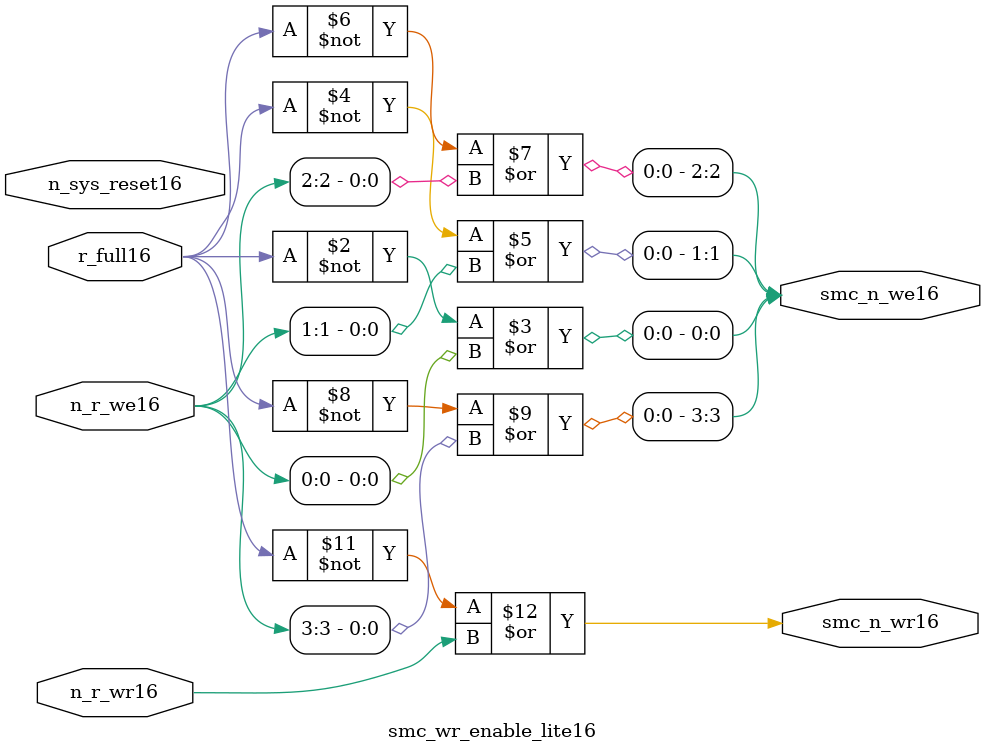
<source format=v>


  module smc_wr_enable_lite16 (

                      //inputs16                      

                      n_sys_reset16,
                      r_full16,
                      n_r_we16,
                      n_r_wr16,

                      //outputs16

                      smc_n_we16,
                      smc_n_wr16);

//I16/O16
   
   input             n_sys_reset16;   //system reset
   input             r_full16;    // Full cycle write strobe16
   input [3:0]       n_r_we16;    //write enable from smc_strobe16
   input             n_r_wr16;    //write strobe16 from smc_strobe16
   output [3:0]      smc_n_we16;  // write enable (active low16)
   output            smc_n_wr16;  // write strobe16 (active low16)
   
   
//output reg declaration16.
   
   reg [3:0]          smc_n_we16;
   reg                smc_n_wr16;

//----------------------------------------------------------------------
// negedge strobes16 with clock16.
//----------------------------------------------------------------------
      

//----------------------------------------------------------------------
      
//--------------------------------------------------------------------
// Gate16 Write strobes16 with clock16.
//--------------------------------------------------------------------

  always @(r_full16 or n_r_we16)
  
  begin
  
     smc_n_we16[0] = ((~r_full16  ) | n_r_we16[0] );

     smc_n_we16[1] = ((~r_full16  ) | n_r_we16[1] );

     smc_n_we16[2] = ((~r_full16  ) | n_r_we16[2] );

     smc_n_we16[3] = ((~r_full16  ) | n_r_we16[3] );

  
  end

//--------------------------------------------------------------------   
//write strobe16 generation16
//--------------------------------------------------------------------   

  always @(n_r_wr16 or r_full16 )
  
     begin
  
        smc_n_wr16 = ((~r_full16 ) | n_r_wr16 );
       
     end

endmodule // smc_wr_enable16


</source>
